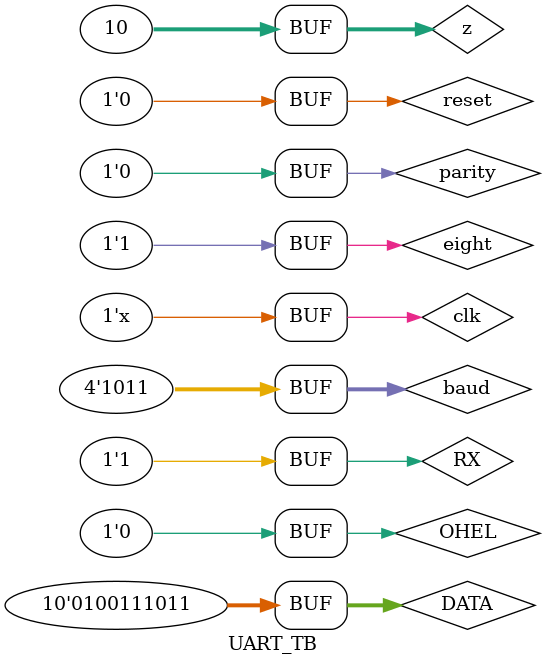
<source format=v>
`timescale 1ns / 1ps
module UART_TB;
//Input
	reg clk;
	reg reset;
	reg RX;
	reg [3:0] baud;
	reg eight;
	reg parity;
	reg OHEL;
//Output
	wire TX;
	wire [15:0] WALKING_ONES;
	wire [7:0] anode;
	
//Local Declarations
	integer z = 0;
	reg [9:0] DATA;

// Instantiate the Unit Under Test (UUT)
	Project3_TopLevel uut (
		.clk(clk), 
		.reset(reset), 
		.RX(RX), 
		.baud(baud), 
		.eight(eight), 
		.parity(parity), 
		.OHEL(OHEL), 
		.TX(TX), 
		.WALKING_ONES(WALKING_ONES), 
		.anode(anode)
	);
	
	always #10 clk = ~clk;

	initial 
		begin
//Initialize inputs
			clk = 0;
			z = 0;
			reset = 1;
			RX = 1;
			baud = 0;
			eight = 0;
			parity = 0;
			OHEL = 0;
			DATA = 10'b0100111011;

//Wait 100 ns for global reset to finish
			#100;
			baud = 4'hB;
			eight = 1;
			parity = 0;
			OHEL = 0;
			reset = 0;
			
//Wait to transmit banner and prompt
			#1100000; 
			
			for(z = 0; z <= 9; z = z + 1)
				begin
					RX = DATA[z];
					#1000;
				end
			RX = 1;
		end
endmodule


</source>
